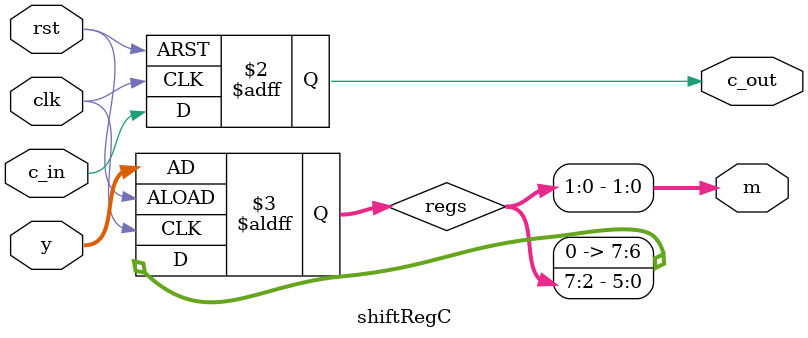
<source format=v>
module shiftRegC # (
    parameter WIDTH = 8  
)(
    input clk, rst,
    input c_in,
    input [WIDTH-1:0] y,
    output reg c_out,
    output [1:0] m
);
    
    reg [WIDTH-1:0] regs;
    assign m = regs[1:0];

    always @(posedge clk, posedge rst) begin
        if (rst) begin
            c_out <= 0;
            regs <= y;
        end
        else begin
            c_out <= c_in;
            regs <= {2'b0, regs[WIDTH-1:2]};
        end
    end
    
endmodule : shiftRegC

</source>
